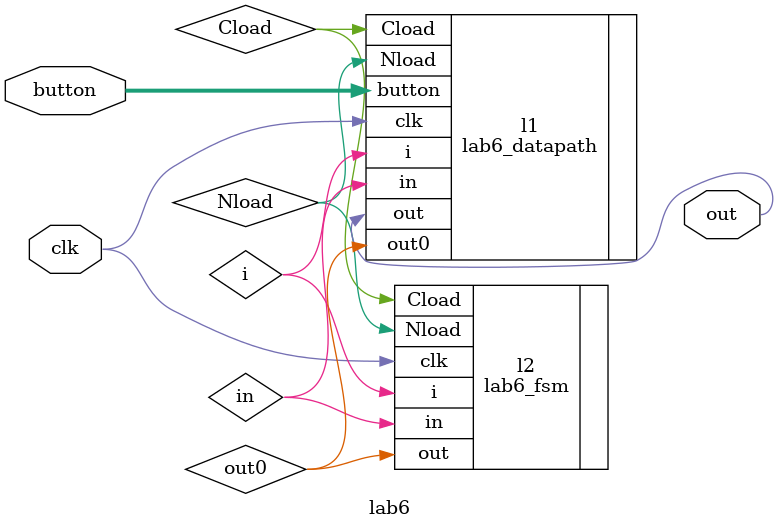
<source format=v>
`timescale 1ns / 1ps


module lab6(
    input clk,
    input [7:0] button,
//    input rst1,
    output out
    );
    wire Nload,Cload,out0,in,i;
//    button b1(.clk(clk),.button_in(rst1),.button_out(rst));
    lab6_datapath l1(.clk(clk),.button(button),.Nload(Nload),.Cload(Cload),.out0(out0),.in(in),.out(out),.i(i));
    lab6_fsm l2(.clk(clk),.in(in),.Nload(Nload),.out(out0),.Cload(Cload),.i(i));
endmodule

</source>
